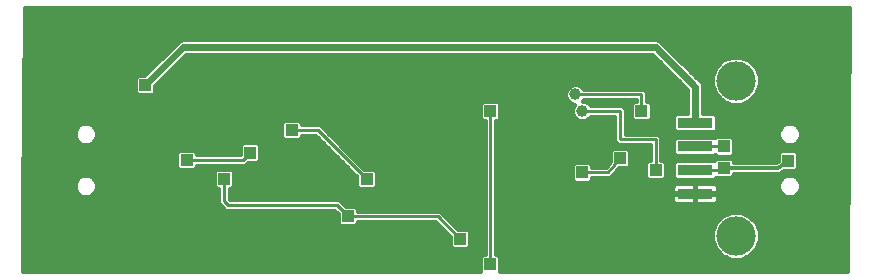
<source format=gbl>
G75*
G70*
%OFA0B0*%
%FSLAX24Y24*%
%IPPOS*%
%LPD*%
%AMOC8*
5,1,8,0,0,1.08239X$1,22.5*
%
%ADD10C,0.1310*%
%ADD11R,0.1181X0.0354*%
%ADD12C,0.0100*%
%ADD13R,0.0396X0.0396*%
%ADD14C,0.0160*%
%ADD15C,0.0396*%
%ADD16C,0.0240*%
%ADD17C,0.0120*%
D10*
X024037Y001581D03*
X024037Y006751D03*
D11*
X022679Y005347D03*
X022679Y004560D03*
X022679Y003772D03*
X022679Y002985D03*
D12*
X022679Y003772D02*
X023643Y003772D01*
X023643Y003851D01*
X023643Y004560D02*
X022679Y004560D01*
X021360Y004796D02*
X021360Y003772D01*
X020179Y004166D02*
X019785Y003694D01*
X018919Y003694D01*
X020179Y004796D02*
X021360Y004796D01*
X020179Y004796D02*
X020179Y005741D01*
X018919Y005741D01*
X018683Y006292D02*
X020887Y006292D01*
X020887Y005741D01*
X015848Y005741D02*
X015848Y000623D01*
X014850Y001479D02*
X014100Y002229D01*
X011100Y002229D01*
X010725Y002604D01*
X007100Y002604D01*
X006975Y002729D01*
X006975Y003479D01*
X007600Y004104D02*
X005725Y004104D01*
X007600Y004104D02*
X007850Y004354D01*
X009225Y005104D02*
X010100Y005104D01*
X011725Y003479D01*
X017817Y008654D02*
X017817Y008733D01*
X017738Y008733D01*
D13*
X017738Y008733D03*
X015848Y005741D03*
X011475Y004854D03*
X009225Y005104D03*
X007850Y004354D03*
X006725Y004854D03*
X005725Y004104D03*
X005850Y003479D03*
X006975Y003479D03*
X007850Y003604D03*
X004225Y002979D03*
X011100Y002229D03*
X011725Y003479D03*
X014850Y001479D03*
X015848Y000623D03*
X018919Y003694D03*
X020179Y004166D03*
X021360Y003772D03*
X023643Y003851D03*
X023643Y004560D03*
X025769Y004087D03*
X020887Y005741D03*
X004352Y006607D03*
D14*
X000280Y002542D02*
X000280Y000409D01*
X015510Y000409D01*
X015510Y000879D01*
X015592Y000961D01*
X015658Y000961D01*
X015658Y005403D01*
X015592Y005403D01*
X015510Y005485D01*
X015510Y005997D01*
X015592Y006079D01*
X016104Y006079D01*
X016186Y005997D01*
X016186Y005485D01*
X016104Y005403D01*
X016038Y005403D01*
X016038Y000961D01*
X016104Y000961D01*
X016186Y000879D01*
X016186Y000409D01*
X027725Y000409D01*
X027804Y009159D01*
X000339Y009159D01*
X000280Y002542D01*
X000281Y002607D02*
X006829Y002607D01*
X006785Y002650D02*
X006910Y002525D01*
X007021Y002414D01*
X010646Y002414D01*
X010762Y002299D01*
X010762Y001973D01*
X010844Y001891D01*
X011356Y001891D01*
X011438Y001973D01*
X011438Y002039D01*
X014021Y002039D01*
X014512Y001549D01*
X014512Y001223D01*
X014594Y001141D01*
X015106Y001141D01*
X015188Y001223D01*
X015188Y001735D01*
X015106Y001817D01*
X014781Y001817D01*
X014290Y002308D01*
X014179Y002419D01*
X011438Y002419D01*
X011438Y002485D01*
X011356Y002567D01*
X011031Y002567D01*
X010804Y002794D01*
X007179Y002794D01*
X007165Y002808D01*
X007165Y003141D01*
X007231Y003141D01*
X007313Y003223D01*
X007313Y003735D01*
X007231Y003817D01*
X006719Y003817D01*
X006637Y003735D01*
X006637Y003223D01*
X006719Y003141D01*
X006785Y003141D01*
X006785Y002650D01*
X006785Y002765D02*
X000282Y002765D01*
X000283Y002924D02*
X002150Y002924D01*
X002155Y002919D02*
X002294Y002861D01*
X002444Y002861D01*
X002582Y002919D01*
X002688Y003025D01*
X002746Y003163D01*
X002746Y003313D01*
X002688Y003451D01*
X002582Y003557D01*
X002444Y003615D01*
X002294Y003615D01*
X002155Y003557D01*
X002049Y003451D01*
X001992Y003313D01*
X001992Y003163D01*
X002049Y003025D01*
X002155Y002919D01*
X002025Y003082D02*
X000285Y003082D01*
X000286Y003241D02*
X001992Y003241D01*
X002028Y003399D02*
X000288Y003399D01*
X000289Y003558D02*
X002156Y003558D01*
X002582Y003558D02*
X006637Y003558D01*
X006637Y003716D02*
X000290Y003716D01*
X000292Y003875D02*
X005387Y003875D01*
X005387Y003848D02*
X005469Y003766D01*
X005981Y003766D01*
X006063Y003848D01*
X006063Y003914D01*
X007521Y003914D01*
X007679Y003914D01*
X007781Y004016D01*
X008106Y004016D01*
X008188Y004098D01*
X008188Y004610D01*
X008106Y004692D01*
X007594Y004692D01*
X007512Y004610D01*
X007512Y004294D01*
X006063Y004294D01*
X006063Y004360D01*
X005981Y004442D01*
X005469Y004442D01*
X005387Y004360D01*
X005387Y003848D01*
X005387Y004033D02*
X000293Y004033D01*
X000295Y004192D02*
X005387Y004192D01*
X005387Y004350D02*
X000296Y004350D01*
X000298Y004509D02*
X007512Y004509D01*
X007569Y004667D02*
X002599Y004667D01*
X002582Y004651D02*
X002688Y004757D01*
X002746Y004895D01*
X002746Y005045D01*
X002688Y005184D01*
X002582Y005290D01*
X002444Y005347D01*
X002294Y005347D01*
X002155Y005290D01*
X002049Y005184D01*
X001992Y005045D01*
X001992Y004895D01*
X002049Y004757D01*
X002155Y004651D01*
X002294Y004593D01*
X002444Y004593D01*
X002582Y004651D01*
X002717Y004826D02*
X008909Y004826D01*
X008887Y004848D02*
X008969Y004766D01*
X009481Y004766D01*
X009563Y004848D01*
X009563Y004914D01*
X010021Y004914D01*
X011387Y003549D01*
X011387Y003223D01*
X011469Y003141D01*
X011981Y003141D01*
X012063Y003223D01*
X012063Y003735D01*
X011981Y003817D01*
X011656Y003817D01*
X010179Y005294D01*
X009563Y005294D01*
X009563Y005360D01*
X009481Y005442D01*
X008969Y005442D01*
X008887Y005360D01*
X008887Y004848D01*
X008887Y004984D02*
X002746Y004984D01*
X002705Y005143D02*
X008887Y005143D01*
X008887Y005301D02*
X002555Y005301D01*
X002183Y005301D02*
X000305Y005301D01*
X000306Y005460D02*
X015535Y005460D01*
X015658Y005301D02*
X009563Y005301D01*
X010330Y005143D02*
X015658Y005143D01*
X016038Y005143D02*
X019989Y005143D01*
X019989Y005301D02*
X016038Y005301D01*
X016161Y005460D02*
X018722Y005460D01*
X018727Y005454D02*
X018852Y005403D01*
X018986Y005403D01*
X019110Y005454D01*
X019206Y005549D01*
X019206Y005551D01*
X019989Y005551D01*
X019989Y004717D01*
X020100Y004606D01*
X021170Y004606D01*
X021170Y004111D01*
X021104Y004111D01*
X021022Y004029D01*
X021022Y003516D01*
X021104Y003434D01*
X021616Y003434D01*
X021698Y003516D01*
X021698Y004029D01*
X021616Y004111D01*
X021550Y004111D01*
X021550Y004875D01*
X021439Y004986D01*
X020369Y004986D01*
X020369Y005820D01*
X020257Y005931D01*
X019206Y005931D01*
X019206Y005932D01*
X019110Y006028D01*
X018986Y006079D01*
X018948Y006079D01*
X018969Y006101D01*
X018970Y006102D01*
X020697Y006102D01*
X020697Y006079D01*
X020631Y006079D01*
X020549Y005997D01*
X020549Y005485D01*
X020631Y005403D01*
X021144Y005403D01*
X021226Y005485D01*
X021226Y005997D01*
X021144Y006079D01*
X021077Y006079D01*
X021077Y006371D01*
X020966Y006482D01*
X018970Y006482D01*
X018969Y006484D01*
X018874Y006579D01*
X018750Y006630D01*
X018615Y006630D01*
X018491Y006579D01*
X018396Y006484D01*
X018345Y006359D01*
X018345Y006225D01*
X018396Y006101D01*
X018491Y006005D01*
X018615Y005954D01*
X018654Y005954D01*
X018632Y005932D01*
X018581Y005808D01*
X018581Y005674D01*
X018632Y005549D01*
X018727Y005454D01*
X019116Y005460D02*
X019989Y005460D01*
X020369Y005460D02*
X020574Y005460D01*
X020369Y005301D02*
X021948Y005301D01*
X021948Y005460D02*
X021200Y005460D01*
X021226Y005618D02*
X021984Y005618D01*
X021948Y005582D02*
X022030Y005664D01*
X022419Y005664D01*
X022419Y006440D01*
X021252Y007607D01*
X005720Y007607D01*
X004690Y006578D01*
X004690Y006351D01*
X004608Y006269D01*
X004096Y006269D01*
X004014Y006351D01*
X004014Y006863D01*
X004096Y006945D01*
X004322Y006945D01*
X005465Y008087D01*
X005560Y008127D01*
X021412Y008127D01*
X021507Y008087D01*
X021580Y008014D01*
X021580Y008014D01*
X022899Y006695D01*
X022939Y006600D01*
X022939Y005664D01*
X023327Y005664D01*
X023409Y005582D01*
X023409Y005112D01*
X023327Y005030D01*
X022030Y005030D01*
X021948Y005112D01*
X021948Y005582D01*
X022419Y005777D02*
X021226Y005777D01*
X021226Y005935D02*
X022419Y005935D01*
X022419Y006094D02*
X021077Y006094D01*
X020697Y006094D02*
X018962Y006094D01*
X019203Y005935D02*
X020549Y005935D01*
X020549Y005777D02*
X020369Y005777D01*
X020369Y005618D02*
X020549Y005618D01*
X020369Y005143D02*
X021948Y005143D01*
X021440Y004984D02*
X025454Y004984D01*
X025454Y005045D02*
X025454Y004895D01*
X025512Y004757D01*
X025618Y004651D01*
X025756Y004593D01*
X025906Y004593D01*
X026045Y004651D01*
X026151Y004757D01*
X026208Y004895D01*
X026208Y005045D01*
X026151Y005184D01*
X026045Y005290D01*
X025906Y005347D01*
X025756Y005347D01*
X025618Y005290D01*
X025512Y005184D01*
X025454Y005045D01*
X025495Y005143D02*
X023409Y005143D01*
X023409Y005301D02*
X025645Y005301D01*
X026017Y005301D02*
X027769Y005301D01*
X027771Y005460D02*
X023409Y005460D01*
X023374Y005618D02*
X027772Y005618D01*
X027773Y005777D02*
X022939Y005777D01*
X022939Y005935D02*
X027775Y005935D01*
X027776Y006094D02*
X024504Y006094D01*
X024487Y006077D02*
X024711Y006301D01*
X024832Y006593D01*
X024832Y006909D01*
X024711Y007201D01*
X024487Y007425D01*
X024195Y007546D01*
X023879Y007546D01*
X023587Y007425D01*
X023363Y007201D01*
X023242Y006909D01*
X023242Y006593D01*
X023363Y006301D01*
X023587Y006077D01*
X023879Y005956D01*
X024195Y005956D01*
X024487Y006077D01*
X024662Y006252D02*
X027778Y006252D01*
X027779Y006411D02*
X024756Y006411D01*
X024822Y006569D02*
X027781Y006569D01*
X027782Y006728D02*
X024832Y006728D01*
X024832Y006886D02*
X027783Y006886D01*
X027785Y007045D02*
X024776Y007045D01*
X024709Y007203D02*
X027786Y007203D01*
X027788Y007362D02*
X024551Y007362D01*
X024258Y007520D02*
X027789Y007520D01*
X027791Y007679D02*
X021916Y007679D01*
X021757Y007837D02*
X027792Y007837D01*
X027793Y007996D02*
X021599Y007996D01*
X021339Y007520D02*
X005633Y007520D01*
X005474Y007362D02*
X021497Y007362D01*
X021656Y007203D02*
X005316Y007203D01*
X005157Y007045D02*
X021814Y007045D01*
X021973Y006886D02*
X004999Y006886D01*
X004840Y006728D02*
X022131Y006728D01*
X022290Y006569D02*
X018884Y006569D01*
X018482Y006569D02*
X004690Y006569D01*
X004690Y006411D02*
X018366Y006411D01*
X018345Y006252D02*
X000313Y006252D01*
X000315Y006411D02*
X004014Y006411D01*
X004014Y006569D02*
X000316Y006569D01*
X000317Y006728D02*
X004014Y006728D01*
X004037Y006886D02*
X000319Y006886D01*
X000320Y007045D02*
X004422Y007045D01*
X004580Y007203D02*
X000322Y007203D01*
X000323Y007362D02*
X004739Y007362D01*
X004897Y007520D02*
X000325Y007520D01*
X000326Y007679D02*
X005056Y007679D01*
X005214Y007837D02*
X000327Y007837D01*
X000329Y007996D02*
X005373Y007996D01*
X000330Y008154D02*
X027795Y008154D01*
X027796Y008313D02*
X000332Y008313D01*
X000333Y008471D02*
X027798Y008471D01*
X027799Y008630D02*
X000334Y008630D01*
X000336Y008788D02*
X027800Y008788D01*
X027802Y008947D02*
X000337Y008947D01*
X000339Y009105D02*
X027803Y009105D01*
X023816Y007520D02*
X022074Y007520D01*
X022233Y007362D02*
X023523Y007362D01*
X023365Y007203D02*
X022391Y007203D01*
X022550Y007045D02*
X023298Y007045D01*
X023242Y006886D02*
X022708Y006886D01*
X022867Y006728D02*
X023242Y006728D01*
X023252Y006569D02*
X022939Y006569D01*
X022939Y006411D02*
X023318Y006411D01*
X023412Y006252D02*
X022939Y006252D01*
X022939Y006094D02*
X023570Y006094D01*
X022419Y006252D02*
X021077Y006252D01*
X021038Y006411D02*
X022419Y006411D01*
X018635Y005935D02*
X016186Y005935D01*
X016186Y005777D02*
X018581Y005777D01*
X018604Y005618D02*
X016186Y005618D01*
X015510Y005618D02*
X000308Y005618D01*
X000309Y005777D02*
X015510Y005777D01*
X015510Y005935D02*
X000310Y005935D01*
X000312Y006094D02*
X018403Y006094D01*
X019989Y004984D02*
X016038Y004984D01*
X016038Y004826D02*
X019989Y004826D01*
X020039Y004667D02*
X016038Y004667D01*
X015658Y004667D02*
X010806Y004667D01*
X010964Y004509D02*
X015658Y004509D01*
X016038Y004509D02*
X021170Y004509D01*
X021550Y004509D02*
X021948Y004509D01*
X021948Y004667D02*
X021550Y004667D01*
X021948Y004795D02*
X022030Y004877D01*
X023327Y004877D01*
X023347Y004858D01*
X023387Y004898D01*
X023899Y004898D01*
X023981Y004816D01*
X023981Y004304D01*
X023899Y004222D01*
X023387Y004222D01*
X023347Y004262D01*
X023327Y004243D01*
X022030Y004243D01*
X021948Y004325D01*
X021948Y004795D01*
X021979Y004826D02*
X021550Y004826D01*
X020517Y004422D02*
X020435Y004504D01*
X019923Y004504D01*
X019841Y004422D01*
X019841Y004057D01*
X019696Y003884D01*
X019257Y003884D01*
X019257Y003950D01*
X019175Y004032D01*
X018663Y004032D01*
X018581Y003950D01*
X018581Y003438D01*
X018663Y003356D01*
X019175Y003356D01*
X019257Y003438D01*
X019257Y003504D01*
X019716Y003504D01*
X019724Y003497D01*
X019794Y003504D01*
X019864Y003504D01*
X019871Y003511D01*
X019881Y003512D01*
X019925Y003565D01*
X019975Y003615D01*
X019975Y003625D01*
X020144Y003828D01*
X020435Y003828D01*
X020517Y003910D01*
X020517Y004422D01*
X020517Y004350D02*
X021170Y004350D01*
X021550Y004350D02*
X021948Y004350D01*
X021550Y004192D02*
X025431Y004192D01*
X025431Y004084D02*
X025388Y004051D01*
X023981Y004051D01*
X023981Y004107D01*
X023899Y004189D01*
X023387Y004189D01*
X023305Y004107D01*
X023305Y004090D01*
X022030Y004090D01*
X021948Y004008D01*
X021948Y003537D01*
X022030Y003455D01*
X023327Y003455D01*
X023386Y003514D01*
X023387Y003513D01*
X023899Y003513D01*
X023981Y003595D01*
X023981Y003651D01*
X025440Y003651D01*
X025508Y003641D01*
X025521Y003651D01*
X025537Y003651D01*
X025586Y003700D01*
X025652Y003749D01*
X026025Y003749D01*
X026107Y003831D01*
X026107Y004344D01*
X026025Y004426D01*
X025513Y004426D01*
X025431Y004344D01*
X025431Y004084D01*
X026107Y004033D02*
X027758Y004033D01*
X027759Y004192D02*
X026107Y004192D01*
X026101Y004350D02*
X027761Y004350D01*
X027762Y004509D02*
X023981Y004509D01*
X023981Y004667D02*
X025601Y004667D01*
X025483Y004826D02*
X023972Y004826D01*
X023981Y004350D02*
X025438Y004350D01*
X026061Y004667D02*
X027764Y004667D01*
X027765Y004826D02*
X026179Y004826D01*
X026208Y004984D02*
X027766Y004984D01*
X027768Y005143D02*
X026168Y005143D01*
X026107Y003875D02*
X027756Y003875D01*
X027755Y003716D02*
X025608Y003716D01*
X025618Y003558D02*
X023944Y003558D01*
X023413Y003273D02*
X023380Y003306D01*
X023339Y003330D01*
X023293Y003342D01*
X022687Y003342D01*
X022687Y002994D01*
X022670Y002994D01*
X022670Y003342D01*
X022064Y003342D01*
X022019Y003330D01*
X021978Y003306D01*
X021944Y003273D01*
X021920Y003232D01*
X021908Y003186D01*
X021908Y002994D01*
X022670Y002994D01*
X022670Y002976D01*
X022687Y002976D01*
X022687Y002628D01*
X023293Y002628D01*
X023339Y002640D01*
X023380Y002664D01*
X023413Y002697D01*
X023437Y002738D01*
X023449Y002784D01*
X023449Y002976D01*
X022687Y002976D01*
X022687Y002994D01*
X023449Y002994D01*
X023449Y003186D01*
X023437Y003232D01*
X023413Y003273D01*
X023432Y003241D02*
X025454Y003241D01*
X025454Y003313D02*
X025454Y003163D01*
X025512Y003025D01*
X025618Y002919D01*
X025756Y002861D01*
X025906Y002861D01*
X026045Y002919D01*
X026151Y003025D01*
X026208Y003163D01*
X026208Y003313D01*
X026151Y003451D01*
X026045Y003557D01*
X025906Y003615D01*
X025756Y003615D01*
X025618Y003557D01*
X025512Y003451D01*
X025454Y003313D01*
X025490Y003399D02*
X019219Y003399D01*
X019919Y003558D02*
X021022Y003558D01*
X021022Y003716D02*
X020051Y003716D01*
X020481Y003875D02*
X021022Y003875D01*
X021026Y004033D02*
X020517Y004033D01*
X020517Y004192D02*
X021170Y004192D01*
X021693Y004033D02*
X021974Y004033D01*
X021948Y003875D02*
X021698Y003875D01*
X021698Y003716D02*
X021948Y003716D01*
X021948Y003558D02*
X021698Y003558D01*
X021926Y003241D02*
X016038Y003241D01*
X016038Y003082D02*
X021908Y003082D01*
X021908Y002976D02*
X021908Y002784D01*
X021920Y002738D01*
X021944Y002697D01*
X021978Y002664D01*
X022019Y002640D01*
X022064Y002628D01*
X022670Y002628D01*
X022670Y002976D01*
X021908Y002976D01*
X021908Y002924D02*
X016038Y002924D01*
X015658Y002924D02*
X007165Y002924D01*
X006785Y002924D02*
X002587Y002924D01*
X002712Y003082D02*
X006785Y003082D01*
X006637Y003241D02*
X002746Y003241D01*
X002710Y003399D02*
X006637Y003399D01*
X007313Y003399D02*
X011387Y003399D01*
X011387Y003241D02*
X007313Y003241D01*
X007165Y003082D02*
X015658Y003082D01*
X015658Y003241D02*
X012063Y003241D01*
X012063Y003399D02*
X015658Y003399D01*
X016038Y003399D02*
X018619Y003399D01*
X018581Y003558D02*
X016038Y003558D01*
X016038Y003716D02*
X018581Y003716D01*
X018581Y003875D02*
X016038Y003875D01*
X015658Y003875D02*
X011598Y003875D01*
X011440Y004033D02*
X015658Y004033D01*
X015658Y004192D02*
X011281Y004192D01*
X010902Y004033D02*
X008123Y004033D01*
X008188Y004192D02*
X010744Y004192D01*
X010585Y004350D02*
X008188Y004350D01*
X008188Y004509D02*
X010427Y004509D01*
X010268Y004667D02*
X008131Y004667D01*
X007512Y004350D02*
X006063Y004350D01*
X006063Y003875D02*
X011061Y003875D01*
X011219Y003716D02*
X007313Y003716D01*
X007313Y003558D02*
X011378Y003558D01*
X012063Y003558D02*
X015658Y003558D01*
X015658Y003716D02*
X012063Y003716D01*
X011123Y004350D02*
X015658Y004350D01*
X016038Y004350D02*
X019841Y004350D01*
X019841Y004192D02*
X016038Y004192D01*
X016038Y004033D02*
X019821Y004033D01*
X022670Y003241D02*
X022687Y003241D01*
X022670Y003082D02*
X022687Y003082D01*
X022670Y002924D02*
X022687Y002924D01*
X022670Y002765D02*
X022687Y002765D01*
X023444Y002765D02*
X027747Y002765D01*
X027745Y002607D02*
X016038Y002607D01*
X016038Y002765D02*
X021913Y002765D01*
X023449Y002924D02*
X025613Y002924D01*
X025488Y003082D02*
X023449Y003082D01*
X023879Y002376D02*
X023587Y002255D01*
X023363Y002031D01*
X023242Y001739D01*
X023242Y001423D01*
X023363Y001131D01*
X023587Y000907D01*
X023879Y000786D01*
X024195Y000786D01*
X024487Y000907D01*
X024711Y001131D01*
X024832Y001423D01*
X024832Y001739D01*
X024711Y002031D01*
X024487Y002255D01*
X024195Y002376D01*
X023879Y002376D01*
X023670Y002290D02*
X016038Y002290D01*
X016038Y002131D02*
X023463Y002131D01*
X023339Y001973D02*
X016038Y001973D01*
X015658Y001973D02*
X014625Y001973D01*
X014467Y002131D02*
X015658Y002131D01*
X015658Y002290D02*
X014308Y002290D01*
X014088Y001973D02*
X011438Y001973D01*
X010762Y001973D02*
X000280Y001973D01*
X000280Y002131D02*
X010762Y002131D01*
X010762Y002290D02*
X000280Y002290D01*
X000280Y002448D02*
X006987Y002448D01*
X010833Y002765D02*
X015658Y002765D01*
X015658Y002607D02*
X010991Y002607D01*
X011438Y002448D02*
X015658Y002448D01*
X016038Y002448D02*
X027744Y002448D01*
X027742Y002290D02*
X024404Y002290D01*
X024611Y002131D02*
X027741Y002131D01*
X027739Y001973D02*
X024735Y001973D01*
X024801Y001814D02*
X027738Y001814D01*
X027737Y001656D02*
X024832Y001656D01*
X024832Y001497D02*
X027735Y001497D01*
X027734Y001339D02*
X024797Y001339D01*
X024731Y001180D02*
X027732Y001180D01*
X027731Y001022D02*
X024602Y001022D01*
X024381Y000863D02*
X027730Y000863D01*
X027728Y000705D02*
X016186Y000705D01*
X016186Y000863D02*
X023693Y000863D01*
X023472Y001022D02*
X016038Y001022D01*
X015658Y001022D02*
X000280Y001022D01*
X000280Y001180D02*
X014555Y001180D01*
X014512Y001339D02*
X000280Y001339D01*
X000280Y001497D02*
X014512Y001497D01*
X014405Y001656D02*
X000280Y001656D01*
X000280Y001814D02*
X014246Y001814D01*
X015109Y001814D02*
X015658Y001814D01*
X015658Y001656D02*
X015188Y001656D01*
X015188Y001497D02*
X015658Y001497D01*
X016038Y001497D02*
X023242Y001497D01*
X023242Y001656D02*
X016038Y001656D01*
X016038Y001814D02*
X023273Y001814D01*
X023277Y001339D02*
X016038Y001339D01*
X016038Y001180D02*
X023343Y001180D01*
X027727Y000546D02*
X016186Y000546D01*
X015510Y000546D02*
X000280Y000546D01*
X000280Y000705D02*
X015510Y000705D01*
X015510Y000863D02*
X000280Y000863D01*
X000299Y004667D02*
X002139Y004667D01*
X002021Y004826D02*
X000300Y004826D01*
X000302Y004984D02*
X001992Y004984D01*
X002032Y005143D02*
X000303Y005143D01*
X009541Y004826D02*
X010110Y004826D01*
X010489Y004984D02*
X015658Y004984D01*
X015658Y004826D02*
X010647Y004826D01*
X015188Y001339D02*
X015658Y001339D01*
X015658Y001180D02*
X015145Y001180D01*
X026050Y002924D02*
X027748Y002924D01*
X027749Y003082D02*
X026175Y003082D01*
X026208Y003241D02*
X027751Y003241D01*
X027752Y003399D02*
X026172Y003399D01*
X026044Y003558D02*
X027754Y003558D01*
D15*
X021281Y003221D03*
X016478Y003143D03*
X018919Y005741D03*
X018683Y006292D03*
X018210Y006686D03*
X025927Y006056D03*
X025139Y000623D03*
D16*
X022679Y005347D02*
X022679Y006548D01*
X021360Y007867D01*
X005612Y007867D01*
X004352Y006607D01*
D17*
X023643Y003851D02*
X025454Y003851D01*
X025769Y004087D01*
M02*

</source>
